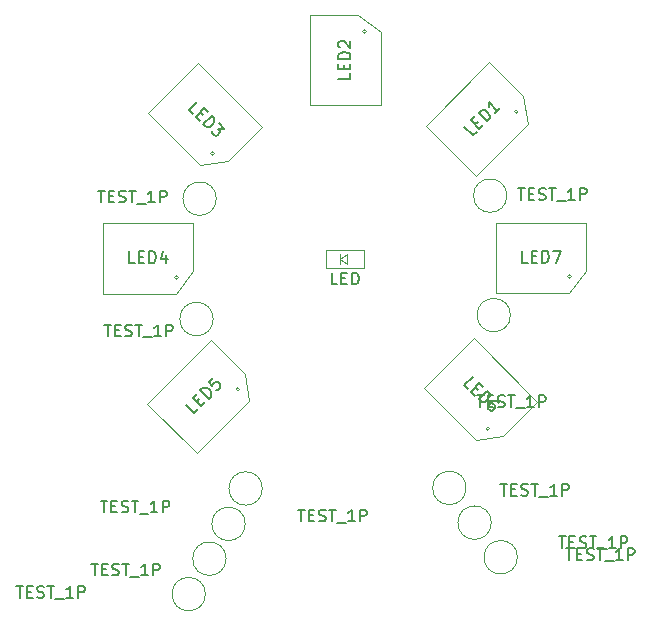
<source format=gbr>
G04 #@! TF.GenerationSoftware,KiCad,Pcbnew,(2017-05-14 revision 14bb238b3)-makepkg*
G04 #@! TF.CreationDate,2017-07-07T13:01:09-06:00*
G04 #@! TF.ProjectId,001,3030312E6B696361645F706362000000,rev?*
G04 #@! TF.FileFunction,Other,Fab,Top*
%FSLAX46Y46*%
G04 Gerber Fmt 4.6, Leading zero omitted, Abs format (unit mm)*
G04 Created by KiCad (PCBNEW (2017-05-14 revision 14bb238b3)-makepkg) date 07/07/17 13:01:09*
%MOMM*%
%LPD*%
G01*
G04 APERTURE LIST*
%ADD10C,0.100000*%
%ADD11C,0.050800*%
%ADD12C,0.050000*%
%ADD13C,0.046400*%
%ADD14C,0.150000*%
G04 APERTURE END LIST*
D10*
D11*
X122887934Y-90496560D02*
G75*
G03X122887934Y-90496560I-1414214J0D01*
G01*
X121440134Y-93493760D02*
G75*
G03X121440134Y-93493760I-1414214J0D01*
G01*
X119814534Y-96440160D02*
G75*
G03X119814534Y-96440160I-1414214J0D01*
G01*
X118061934Y-99437360D02*
G75*
G03X118061934Y-99437360I-1414214J0D01*
G01*
X143893734Y-75815360D02*
G75*
G03X143893734Y-75815360I-1414214J0D01*
G01*
X143588934Y-65706160D02*
G75*
G03X143588934Y-65706160I-1414214J0D01*
G01*
X140134534Y-90445760D02*
G75*
G03X140134534Y-90445760I-1414214J0D01*
G01*
X142268134Y-93392160D02*
G75*
G03X142268134Y-93392160I-1414214J0D01*
G01*
X118989034Y-65960160D02*
G75*
G03X118989034Y-65960160I-1414214J0D01*
G01*
X144477934Y-96313160D02*
G75*
G03X144477934Y-96313160I-1414214J0D01*
G01*
D10*
X129431120Y-70665560D02*
X129431120Y-71465560D01*
X129481120Y-71065560D02*
X130081120Y-70665560D01*
X130081120Y-71465560D02*
X129481120Y-71065560D01*
X130081120Y-70665560D02*
X130081120Y-71465560D01*
X131481120Y-71865560D02*
X128281120Y-71865560D01*
X131481120Y-70265560D02*
X131481120Y-71865560D01*
X128281120Y-70265560D02*
X131481120Y-70265560D01*
X128281120Y-71865560D02*
X128281120Y-70265560D01*
D11*
X118722334Y-76145560D02*
G75*
G03X118722334Y-76145560I-1414214J0D01*
G01*
D12*
X142117538Y-54418824D02*
X136729384Y-59806978D01*
X136729384Y-59806978D02*
X140950105Y-64027698D01*
X140950105Y-64027698D02*
X145350430Y-59627373D01*
X144991220Y-57292506D02*
X142117538Y-54418824D01*
X144546171Y-58612675D02*
G75*
G03X144546171Y-58612675I-158113J0D01*
G01*
D13*
X145350430Y-59627373D02*
X144991220Y-57292506D01*
X132929120Y-51837760D02*
X131024120Y-50440760D01*
D12*
X131689234Y-51800760D02*
G75*
G03X131689234Y-51800760I-158114J0D01*
G01*
X131024120Y-50440760D02*
X126960120Y-50440760D01*
X132929120Y-58060760D02*
X132929120Y-51837760D01*
X126960120Y-58060760D02*
X132929120Y-58060760D01*
X126960120Y-50440760D02*
X126960120Y-58060760D01*
X122855056Y-59857778D02*
X117466902Y-54469624D01*
X117466902Y-54469624D02*
X113246182Y-58690345D01*
X113246182Y-58690345D02*
X117646507Y-63090670D01*
X119981374Y-62731460D02*
X122855056Y-59857778D01*
X118819318Y-62128298D02*
G75*
G03X118819318Y-62128298I-158113J0D01*
G01*
D13*
X117646507Y-63090670D02*
X119981374Y-62731460D01*
X115580920Y-74011960D02*
X116977920Y-72106960D01*
D12*
X115776034Y-72613960D02*
G75*
G03X115776034Y-72613960I-158114J0D01*
G01*
X116977920Y-72106960D02*
X116977920Y-68042960D01*
X109357920Y-74011960D02*
X115580920Y-74011960D01*
X109357920Y-68042960D02*
X109357920Y-74011960D01*
X116977920Y-68042960D02*
X109357920Y-68042960D01*
X118546338Y-77913824D02*
X113158184Y-83301978D01*
X113158184Y-83301978D02*
X117378905Y-87522698D01*
X117378905Y-87522698D02*
X121779230Y-83122373D01*
X121420020Y-80787506D02*
X118546338Y-77913824D01*
X120974971Y-82107675D02*
G75*
G03X120974971Y-82107675I-158113J0D01*
G01*
D13*
X121779230Y-83122373D02*
X121420020Y-80787506D01*
X140963707Y-86382470D02*
X143298574Y-86023260D01*
D12*
X142136518Y-85420098D02*
G75*
G03X142136518Y-85420098I-158113J0D01*
G01*
X143298574Y-86023260D02*
X146172256Y-83149578D01*
X136563382Y-81982145D02*
X140963707Y-86382470D01*
X140784102Y-77761424D02*
X136563382Y-81982145D01*
X146172256Y-83149578D02*
X140784102Y-77761424D01*
X150251920Y-67992160D02*
X142631920Y-67992160D01*
X142631920Y-67992160D02*
X142631920Y-73961160D01*
X142631920Y-73961160D02*
X148854920Y-73961160D01*
X150251920Y-72056160D02*
X150251920Y-67992160D01*
X149050034Y-72563160D02*
G75*
G03X149050034Y-72563160I-158114J0D01*
G01*
D13*
X148854920Y-73961160D02*
X150251920Y-72056160D01*
D14*
X125912739Y-92285740D02*
X126484167Y-92285740D01*
X126198453Y-93285740D02*
X126198453Y-92285740D01*
X126817500Y-92761931D02*
X127150834Y-92761931D01*
X127293691Y-93285740D02*
X126817500Y-93285740D01*
X126817500Y-92285740D01*
X127293691Y-92285740D01*
X127674643Y-93238121D02*
X127817500Y-93285740D01*
X128055596Y-93285740D01*
X128150834Y-93238121D01*
X128198453Y-93190502D01*
X128246072Y-93095264D01*
X128246072Y-93000026D01*
X128198453Y-92904788D01*
X128150834Y-92857169D01*
X128055596Y-92809550D01*
X127865120Y-92761931D01*
X127769881Y-92714312D01*
X127722262Y-92666693D01*
X127674643Y-92571455D01*
X127674643Y-92476217D01*
X127722262Y-92380979D01*
X127769881Y-92333360D01*
X127865120Y-92285740D01*
X128103215Y-92285740D01*
X128246072Y-92333360D01*
X128531786Y-92285740D02*
X129103215Y-92285740D01*
X128817500Y-93285740D02*
X128817500Y-92285740D01*
X129198453Y-93380979D02*
X129960358Y-93380979D01*
X130722262Y-93285740D02*
X130150834Y-93285740D01*
X130436548Y-93285740D02*
X130436548Y-92285740D01*
X130341310Y-92428598D01*
X130246072Y-92523836D01*
X130150834Y-92571455D01*
X131150834Y-93285740D02*
X131150834Y-92285740D01*
X131531786Y-92285740D01*
X131627024Y-92333360D01*
X131674643Y-92380979D01*
X131722262Y-92476217D01*
X131722262Y-92619074D01*
X131674643Y-92714312D01*
X131627024Y-92761931D01*
X131531786Y-92809550D01*
X131150834Y-92809550D01*
X109199539Y-91523740D02*
X109770967Y-91523740D01*
X109485253Y-92523740D02*
X109485253Y-91523740D01*
X110104300Y-91999931D02*
X110437634Y-91999931D01*
X110580491Y-92523740D02*
X110104300Y-92523740D01*
X110104300Y-91523740D01*
X110580491Y-91523740D01*
X110961443Y-92476121D02*
X111104300Y-92523740D01*
X111342396Y-92523740D01*
X111437634Y-92476121D01*
X111485253Y-92428502D01*
X111532872Y-92333264D01*
X111532872Y-92238026D01*
X111485253Y-92142788D01*
X111437634Y-92095169D01*
X111342396Y-92047550D01*
X111151920Y-91999931D01*
X111056681Y-91952312D01*
X111009062Y-91904693D01*
X110961443Y-91809455D01*
X110961443Y-91714217D01*
X111009062Y-91618979D01*
X111056681Y-91571360D01*
X111151920Y-91523740D01*
X111390015Y-91523740D01*
X111532872Y-91571360D01*
X111818586Y-91523740D02*
X112390015Y-91523740D01*
X112104300Y-92523740D02*
X112104300Y-91523740D01*
X112485253Y-92618979D02*
X113247158Y-92618979D01*
X114009062Y-92523740D02*
X113437634Y-92523740D01*
X113723348Y-92523740D02*
X113723348Y-91523740D01*
X113628110Y-91666598D01*
X113532872Y-91761836D01*
X113437634Y-91809455D01*
X114437634Y-92523740D02*
X114437634Y-91523740D01*
X114818586Y-91523740D01*
X114913824Y-91571360D01*
X114961443Y-91618979D01*
X115009062Y-91714217D01*
X115009062Y-91857074D01*
X114961443Y-91952312D01*
X114913824Y-91999931D01*
X114818586Y-92047550D01*
X114437634Y-92047550D01*
X108412139Y-96857740D02*
X108983567Y-96857740D01*
X108697853Y-97857740D02*
X108697853Y-96857740D01*
X109316900Y-97333931D02*
X109650234Y-97333931D01*
X109793091Y-97857740D02*
X109316900Y-97857740D01*
X109316900Y-96857740D01*
X109793091Y-96857740D01*
X110174043Y-97810121D02*
X110316900Y-97857740D01*
X110554996Y-97857740D01*
X110650234Y-97810121D01*
X110697853Y-97762502D01*
X110745472Y-97667264D01*
X110745472Y-97572026D01*
X110697853Y-97476788D01*
X110650234Y-97429169D01*
X110554996Y-97381550D01*
X110364520Y-97333931D01*
X110269281Y-97286312D01*
X110221662Y-97238693D01*
X110174043Y-97143455D01*
X110174043Y-97048217D01*
X110221662Y-96952979D01*
X110269281Y-96905360D01*
X110364520Y-96857740D01*
X110602615Y-96857740D01*
X110745472Y-96905360D01*
X111031186Y-96857740D02*
X111602615Y-96857740D01*
X111316900Y-97857740D02*
X111316900Y-96857740D01*
X111697853Y-97952979D02*
X112459758Y-97952979D01*
X113221662Y-97857740D02*
X112650234Y-97857740D01*
X112935948Y-97857740D02*
X112935948Y-96857740D01*
X112840710Y-97000598D01*
X112745472Y-97095836D01*
X112650234Y-97143455D01*
X113650234Y-97857740D02*
X113650234Y-96857740D01*
X114031186Y-96857740D01*
X114126424Y-96905360D01*
X114174043Y-96952979D01*
X114221662Y-97048217D01*
X114221662Y-97191074D01*
X114174043Y-97286312D01*
X114126424Y-97333931D01*
X114031186Y-97381550D01*
X113650234Y-97381550D01*
X102062139Y-98762740D02*
X102633567Y-98762740D01*
X102347853Y-99762740D02*
X102347853Y-98762740D01*
X102966900Y-99238931D02*
X103300234Y-99238931D01*
X103443091Y-99762740D02*
X102966900Y-99762740D01*
X102966900Y-98762740D01*
X103443091Y-98762740D01*
X103824043Y-99715121D02*
X103966900Y-99762740D01*
X104204996Y-99762740D01*
X104300234Y-99715121D01*
X104347853Y-99667502D01*
X104395472Y-99572264D01*
X104395472Y-99477026D01*
X104347853Y-99381788D01*
X104300234Y-99334169D01*
X104204996Y-99286550D01*
X104014520Y-99238931D01*
X103919281Y-99191312D01*
X103871662Y-99143693D01*
X103824043Y-99048455D01*
X103824043Y-98953217D01*
X103871662Y-98857979D01*
X103919281Y-98810360D01*
X104014520Y-98762740D01*
X104252615Y-98762740D01*
X104395472Y-98810360D01*
X104681186Y-98762740D02*
X105252615Y-98762740D01*
X104966900Y-99762740D02*
X104966900Y-98762740D01*
X105347853Y-99857979D02*
X106109758Y-99857979D01*
X106871662Y-99762740D02*
X106300234Y-99762740D01*
X106585948Y-99762740D02*
X106585948Y-98762740D01*
X106490710Y-98905598D01*
X106395472Y-99000836D01*
X106300234Y-99048455D01*
X107300234Y-99762740D02*
X107300234Y-98762740D01*
X107681186Y-98762740D01*
X107776424Y-98810360D01*
X107824043Y-98857979D01*
X107871662Y-98953217D01*
X107871662Y-99096074D01*
X107824043Y-99191312D01*
X107776424Y-99238931D01*
X107681186Y-99286550D01*
X107300234Y-99286550D01*
X141063839Y-82621040D02*
X141635267Y-82621040D01*
X141349553Y-83621040D02*
X141349553Y-82621040D01*
X141968600Y-83097231D02*
X142301934Y-83097231D01*
X142444791Y-83621040D02*
X141968600Y-83621040D01*
X141968600Y-82621040D01*
X142444791Y-82621040D01*
X142825743Y-83573421D02*
X142968600Y-83621040D01*
X143206696Y-83621040D01*
X143301934Y-83573421D01*
X143349553Y-83525802D01*
X143397172Y-83430564D01*
X143397172Y-83335326D01*
X143349553Y-83240088D01*
X143301934Y-83192469D01*
X143206696Y-83144850D01*
X143016220Y-83097231D01*
X142920981Y-83049612D01*
X142873362Y-83001993D01*
X142825743Y-82906755D01*
X142825743Y-82811517D01*
X142873362Y-82716279D01*
X142920981Y-82668660D01*
X143016220Y-82621040D01*
X143254315Y-82621040D01*
X143397172Y-82668660D01*
X143682886Y-82621040D02*
X144254315Y-82621040D01*
X143968600Y-83621040D02*
X143968600Y-82621040D01*
X144349553Y-83716279D02*
X145111458Y-83716279D01*
X145873362Y-83621040D02*
X145301934Y-83621040D01*
X145587648Y-83621040D02*
X145587648Y-82621040D01*
X145492410Y-82763898D01*
X145397172Y-82859136D01*
X145301934Y-82906755D01*
X146301934Y-83621040D02*
X146301934Y-82621040D01*
X146682886Y-82621040D01*
X146778124Y-82668660D01*
X146825743Y-82716279D01*
X146873362Y-82811517D01*
X146873362Y-82954374D01*
X146825743Y-83049612D01*
X146778124Y-83097231D01*
X146682886Y-83144850D01*
X146301934Y-83144850D01*
X144530939Y-65069640D02*
X145102367Y-65069640D01*
X144816653Y-66069640D02*
X144816653Y-65069640D01*
X145435700Y-65545831D02*
X145769034Y-65545831D01*
X145911891Y-66069640D02*
X145435700Y-66069640D01*
X145435700Y-65069640D01*
X145911891Y-65069640D01*
X146292843Y-66022021D02*
X146435700Y-66069640D01*
X146673796Y-66069640D01*
X146769034Y-66022021D01*
X146816653Y-65974402D01*
X146864272Y-65879164D01*
X146864272Y-65783926D01*
X146816653Y-65688688D01*
X146769034Y-65641069D01*
X146673796Y-65593450D01*
X146483320Y-65545831D01*
X146388081Y-65498212D01*
X146340462Y-65450593D01*
X146292843Y-65355355D01*
X146292843Y-65260117D01*
X146340462Y-65164879D01*
X146388081Y-65117260D01*
X146483320Y-65069640D01*
X146721415Y-65069640D01*
X146864272Y-65117260D01*
X147149986Y-65069640D02*
X147721415Y-65069640D01*
X147435700Y-66069640D02*
X147435700Y-65069640D01*
X147816653Y-66164879D02*
X148578558Y-66164879D01*
X149340462Y-66069640D02*
X148769034Y-66069640D01*
X149054748Y-66069640D02*
X149054748Y-65069640D01*
X148959510Y-65212498D01*
X148864272Y-65307736D01*
X148769034Y-65355355D01*
X149769034Y-66069640D02*
X149769034Y-65069640D01*
X150149986Y-65069640D01*
X150245224Y-65117260D01*
X150292843Y-65164879D01*
X150340462Y-65260117D01*
X150340462Y-65402974D01*
X150292843Y-65498212D01*
X150245224Y-65545831D01*
X150149986Y-65593450D01*
X149769034Y-65593450D01*
X143032339Y-90101340D02*
X143603767Y-90101340D01*
X143318053Y-91101340D02*
X143318053Y-90101340D01*
X143937100Y-90577531D02*
X144270434Y-90577531D01*
X144413291Y-91101340D02*
X143937100Y-91101340D01*
X143937100Y-90101340D01*
X144413291Y-90101340D01*
X144794243Y-91053721D02*
X144937100Y-91101340D01*
X145175196Y-91101340D01*
X145270434Y-91053721D01*
X145318053Y-91006102D01*
X145365672Y-90910864D01*
X145365672Y-90815626D01*
X145318053Y-90720388D01*
X145270434Y-90672769D01*
X145175196Y-90625150D01*
X144984720Y-90577531D01*
X144889481Y-90529912D01*
X144841862Y-90482293D01*
X144794243Y-90387055D01*
X144794243Y-90291817D01*
X144841862Y-90196579D01*
X144889481Y-90148960D01*
X144984720Y-90101340D01*
X145222815Y-90101340D01*
X145365672Y-90148960D01*
X145651386Y-90101340D02*
X146222815Y-90101340D01*
X145937100Y-91101340D02*
X145937100Y-90101340D01*
X146318053Y-91196579D02*
X147079958Y-91196579D01*
X147841862Y-91101340D02*
X147270434Y-91101340D01*
X147556148Y-91101340D02*
X147556148Y-90101340D01*
X147460910Y-90244198D01*
X147365672Y-90339436D01*
X147270434Y-90387055D01*
X148270434Y-91101340D02*
X148270434Y-90101340D01*
X148651386Y-90101340D01*
X148746624Y-90148960D01*
X148794243Y-90196579D01*
X148841862Y-90291817D01*
X148841862Y-90434674D01*
X148794243Y-90529912D01*
X148746624Y-90577531D01*
X148651386Y-90625150D01*
X148270434Y-90625150D01*
X147985339Y-94546340D02*
X148556767Y-94546340D01*
X148271053Y-95546340D02*
X148271053Y-94546340D01*
X148890100Y-95022531D02*
X149223434Y-95022531D01*
X149366291Y-95546340D02*
X148890100Y-95546340D01*
X148890100Y-94546340D01*
X149366291Y-94546340D01*
X149747243Y-95498721D02*
X149890100Y-95546340D01*
X150128196Y-95546340D01*
X150223434Y-95498721D01*
X150271053Y-95451102D01*
X150318672Y-95355864D01*
X150318672Y-95260626D01*
X150271053Y-95165388D01*
X150223434Y-95117769D01*
X150128196Y-95070150D01*
X149937720Y-95022531D01*
X149842481Y-94974912D01*
X149794862Y-94927293D01*
X149747243Y-94832055D01*
X149747243Y-94736817D01*
X149794862Y-94641579D01*
X149842481Y-94593960D01*
X149937720Y-94546340D01*
X150175815Y-94546340D01*
X150318672Y-94593960D01*
X150604386Y-94546340D02*
X151175815Y-94546340D01*
X150890100Y-95546340D02*
X150890100Y-94546340D01*
X151271053Y-95641579D02*
X152032958Y-95641579D01*
X152794862Y-95546340D02*
X152223434Y-95546340D01*
X152509148Y-95546340D02*
X152509148Y-94546340D01*
X152413910Y-94689198D01*
X152318672Y-94784436D01*
X152223434Y-94832055D01*
X153223434Y-95546340D02*
X153223434Y-94546340D01*
X153604386Y-94546340D01*
X153699624Y-94593960D01*
X153747243Y-94641579D01*
X153794862Y-94736817D01*
X153794862Y-94879674D01*
X153747243Y-94974912D01*
X153699624Y-95022531D01*
X153604386Y-95070150D01*
X153223434Y-95070150D01*
X108970939Y-65272840D02*
X109542367Y-65272840D01*
X109256653Y-66272840D02*
X109256653Y-65272840D01*
X109875700Y-65749031D02*
X110209034Y-65749031D01*
X110351891Y-66272840D02*
X109875700Y-66272840D01*
X109875700Y-65272840D01*
X110351891Y-65272840D01*
X110732843Y-66225221D02*
X110875700Y-66272840D01*
X111113796Y-66272840D01*
X111209034Y-66225221D01*
X111256653Y-66177602D01*
X111304272Y-66082364D01*
X111304272Y-65987126D01*
X111256653Y-65891888D01*
X111209034Y-65844269D01*
X111113796Y-65796650D01*
X110923320Y-65749031D01*
X110828081Y-65701412D01*
X110780462Y-65653793D01*
X110732843Y-65558555D01*
X110732843Y-65463317D01*
X110780462Y-65368079D01*
X110828081Y-65320460D01*
X110923320Y-65272840D01*
X111161415Y-65272840D01*
X111304272Y-65320460D01*
X111589986Y-65272840D02*
X112161415Y-65272840D01*
X111875700Y-66272840D02*
X111875700Y-65272840D01*
X112256653Y-66368079D02*
X113018558Y-66368079D01*
X113780462Y-66272840D02*
X113209034Y-66272840D01*
X113494748Y-66272840D02*
X113494748Y-65272840D01*
X113399510Y-65415698D01*
X113304272Y-65510936D01*
X113209034Y-65558555D01*
X114209034Y-66272840D02*
X114209034Y-65272840D01*
X114589986Y-65272840D01*
X114685224Y-65320460D01*
X114732843Y-65368079D01*
X114780462Y-65463317D01*
X114780462Y-65606174D01*
X114732843Y-65701412D01*
X114685224Y-65749031D01*
X114589986Y-65796650D01*
X114209034Y-65796650D01*
X148594939Y-95562340D02*
X149166367Y-95562340D01*
X148880653Y-96562340D02*
X148880653Y-95562340D01*
X149499700Y-96038531D02*
X149833034Y-96038531D01*
X149975891Y-96562340D02*
X149499700Y-96562340D01*
X149499700Y-95562340D01*
X149975891Y-95562340D01*
X150356843Y-96514721D02*
X150499700Y-96562340D01*
X150737796Y-96562340D01*
X150833034Y-96514721D01*
X150880653Y-96467102D01*
X150928272Y-96371864D01*
X150928272Y-96276626D01*
X150880653Y-96181388D01*
X150833034Y-96133769D01*
X150737796Y-96086150D01*
X150547320Y-96038531D01*
X150452081Y-95990912D01*
X150404462Y-95943293D01*
X150356843Y-95848055D01*
X150356843Y-95752817D01*
X150404462Y-95657579D01*
X150452081Y-95609960D01*
X150547320Y-95562340D01*
X150785415Y-95562340D01*
X150928272Y-95609960D01*
X151213986Y-95562340D02*
X151785415Y-95562340D01*
X151499700Y-96562340D02*
X151499700Y-95562340D01*
X151880653Y-96657579D02*
X152642558Y-96657579D01*
X153404462Y-96562340D02*
X152833034Y-96562340D01*
X153118748Y-96562340D02*
X153118748Y-95562340D01*
X153023510Y-95705198D01*
X152928272Y-95800436D01*
X152833034Y-95848055D01*
X153833034Y-96562340D02*
X153833034Y-95562340D01*
X154213986Y-95562340D01*
X154309224Y-95609960D01*
X154356843Y-95657579D01*
X154404462Y-95752817D01*
X154404462Y-95895674D01*
X154356843Y-95990912D01*
X154309224Y-96038531D01*
X154213986Y-96086150D01*
X153833034Y-96086150D01*
X129238262Y-73217940D02*
X128762072Y-73217940D01*
X128762072Y-72217940D01*
X129571596Y-72694131D02*
X129904929Y-72694131D01*
X130047786Y-73217940D02*
X129571596Y-73217940D01*
X129571596Y-72217940D01*
X130047786Y-72217940D01*
X130476358Y-73217940D02*
X130476358Y-72217940D01*
X130714453Y-72217940D01*
X130857310Y-72265560D01*
X130952548Y-72360798D01*
X131000167Y-72456036D01*
X131047786Y-72646512D01*
X131047786Y-72789369D01*
X131000167Y-72979845D01*
X130952548Y-73075083D01*
X130857310Y-73170321D01*
X130714453Y-73217940D01*
X130476358Y-73217940D01*
X109504339Y-76613940D02*
X110075767Y-76613940D01*
X109790053Y-77613940D02*
X109790053Y-76613940D01*
X110409100Y-77090131D02*
X110742434Y-77090131D01*
X110885291Y-77613940D02*
X110409100Y-77613940D01*
X110409100Y-76613940D01*
X110885291Y-76613940D01*
X111266243Y-77566321D02*
X111409100Y-77613940D01*
X111647196Y-77613940D01*
X111742434Y-77566321D01*
X111790053Y-77518702D01*
X111837672Y-77423464D01*
X111837672Y-77328226D01*
X111790053Y-77232988D01*
X111742434Y-77185369D01*
X111647196Y-77137750D01*
X111456720Y-77090131D01*
X111361481Y-77042512D01*
X111313862Y-76994893D01*
X111266243Y-76899655D01*
X111266243Y-76804417D01*
X111313862Y-76709179D01*
X111361481Y-76661560D01*
X111456720Y-76613940D01*
X111694815Y-76613940D01*
X111837672Y-76661560D01*
X112123386Y-76613940D02*
X112694815Y-76613940D01*
X112409100Y-77613940D02*
X112409100Y-76613940D01*
X112790053Y-77709179D02*
X113551958Y-77709179D01*
X114313862Y-77613940D02*
X113742434Y-77613940D01*
X114028148Y-77613940D02*
X114028148Y-76613940D01*
X113932910Y-76756798D01*
X113837672Y-76852036D01*
X113742434Y-76899655D01*
X114742434Y-77613940D02*
X114742434Y-76613940D01*
X115123386Y-76613940D01*
X115218624Y-76661560D01*
X115266243Y-76709179D01*
X115313862Y-76804417D01*
X115313862Y-76947274D01*
X115266243Y-77042512D01*
X115218624Y-77090131D01*
X115123386Y-77137750D01*
X114742434Y-77137750D01*
X141035193Y-60271849D02*
X140698475Y-60608567D01*
X139991369Y-59901460D01*
X140900506Y-59665758D02*
X141136208Y-59430056D01*
X141607613Y-59699430D02*
X141270895Y-60036147D01*
X140563788Y-59329040D01*
X140900506Y-58992323D01*
X141910659Y-59396384D02*
X141203552Y-58689277D01*
X141371910Y-58520918D01*
X141506598Y-58453575D01*
X141641285Y-58453575D01*
X141742300Y-58487246D01*
X141910659Y-58588262D01*
X142011674Y-58689277D01*
X142112689Y-58857636D01*
X142146361Y-58958651D01*
X142146361Y-59093338D01*
X142079017Y-59228025D01*
X141910659Y-59396384D01*
X142988155Y-58318888D02*
X142584094Y-58722949D01*
X142786124Y-58520918D02*
X142079017Y-57813811D01*
X142112689Y-57982170D01*
X142112689Y-58116857D01*
X142079017Y-58217872D01*
X130333500Y-55344807D02*
X130333500Y-55820998D01*
X129333500Y-55820998D01*
X129809691Y-55011474D02*
X129809691Y-54678140D01*
X130333500Y-54535283D02*
X130333500Y-55011474D01*
X129333500Y-55011474D01*
X129333500Y-54535283D01*
X130333500Y-54106712D02*
X129333500Y-54106712D01*
X129333500Y-53868617D01*
X129381120Y-53725760D01*
X129476358Y-53630521D01*
X129571596Y-53582902D01*
X129762072Y-53535283D01*
X129904929Y-53535283D01*
X130095405Y-53582902D01*
X130190643Y-53630521D01*
X130285881Y-53725760D01*
X130333500Y-53868617D01*
X130333500Y-54106712D01*
X129428739Y-53154331D02*
X129381120Y-53106712D01*
X129333500Y-53011474D01*
X129333500Y-52773379D01*
X129381120Y-52678140D01*
X129428739Y-52630521D01*
X129523977Y-52582902D01*
X129619215Y-52582902D01*
X129762072Y-52630521D01*
X130333500Y-53201950D01*
X130333500Y-52582902D01*
X117002030Y-58775433D02*
X116665312Y-58438715D01*
X117372419Y-57731609D01*
X117608121Y-58640746D02*
X117843823Y-58876448D01*
X117574449Y-59347853D02*
X117237732Y-59011135D01*
X117944839Y-58304028D01*
X118281556Y-58640746D01*
X117877495Y-59650899D02*
X118584602Y-58943792D01*
X118752961Y-59112150D01*
X118820304Y-59246838D01*
X118820304Y-59381525D01*
X118786633Y-59482540D01*
X118685617Y-59650899D01*
X118584602Y-59751914D01*
X118416243Y-59852929D01*
X118315228Y-59886601D01*
X118180541Y-59886601D01*
X118045854Y-59819257D01*
X117877495Y-59650899D01*
X119224365Y-59583555D02*
X119662098Y-60021288D01*
X119157022Y-60054960D01*
X119258037Y-60155975D01*
X119291709Y-60256990D01*
X119291709Y-60324334D01*
X119258037Y-60425349D01*
X119089678Y-60593708D01*
X118988663Y-60627379D01*
X118921320Y-60627379D01*
X118820304Y-60593708D01*
X118618274Y-60391677D01*
X118584602Y-60290662D01*
X118584602Y-60223318D01*
X112073872Y-71416340D02*
X111597681Y-71416340D01*
X111597681Y-70416340D01*
X112407205Y-70892531D02*
X112740539Y-70892531D01*
X112883396Y-71416340D02*
X112407205Y-71416340D01*
X112407205Y-70416340D01*
X112883396Y-70416340D01*
X113311967Y-71416340D02*
X113311967Y-70416340D01*
X113550062Y-70416340D01*
X113692920Y-70463960D01*
X113788158Y-70559198D01*
X113835777Y-70654436D01*
X113883396Y-70844912D01*
X113883396Y-70987769D01*
X113835777Y-71178245D01*
X113788158Y-71273483D01*
X113692920Y-71368721D01*
X113550062Y-71416340D01*
X113311967Y-71416340D01*
X114740539Y-70749674D02*
X114740539Y-71416340D01*
X114502443Y-70368721D02*
X114264348Y-71083007D01*
X114883396Y-71083007D01*
X117463993Y-83766849D02*
X117127275Y-84103567D01*
X116420169Y-83396460D01*
X117329306Y-83160758D02*
X117565008Y-82925056D01*
X118036413Y-83194430D02*
X117699695Y-83531147D01*
X116992588Y-82824040D01*
X117329306Y-82487323D01*
X118339459Y-82891384D02*
X117632352Y-82184277D01*
X117800710Y-82015918D01*
X117935398Y-81948575D01*
X118070085Y-81948575D01*
X118171100Y-81982246D01*
X118339459Y-82083262D01*
X118440474Y-82184277D01*
X118541489Y-82352636D01*
X118575161Y-82453651D01*
X118575161Y-82588338D01*
X118507817Y-82723025D01*
X118339459Y-82891384D01*
X118676176Y-81140453D02*
X118339459Y-81477170D01*
X118642504Y-81847559D01*
X118642504Y-81780216D01*
X118676176Y-81679201D01*
X118844535Y-81510842D01*
X118945550Y-81477170D01*
X119012894Y-81477170D01*
X119113909Y-81510842D01*
X119282268Y-81679201D01*
X119315939Y-81780216D01*
X119315939Y-81847559D01*
X119282268Y-81948575D01*
X119113909Y-82116933D01*
X119012894Y-82150605D01*
X118945550Y-82150605D01*
X140319230Y-82067233D02*
X139982512Y-81730515D01*
X140689619Y-81023409D01*
X140925321Y-81932546D02*
X141161023Y-82168248D01*
X140891649Y-82639653D02*
X140554932Y-82302935D01*
X141262039Y-81595828D01*
X141598756Y-81932546D01*
X141194695Y-82942699D02*
X141901802Y-82235592D01*
X142070161Y-82403950D01*
X142137504Y-82538638D01*
X142137504Y-82673325D01*
X142103833Y-82774340D01*
X142002817Y-82942699D01*
X141901802Y-83043714D01*
X141733443Y-83144729D01*
X141632428Y-83178401D01*
X141497741Y-83178401D01*
X141363054Y-83111057D01*
X141194695Y-82942699D01*
X142911955Y-83245744D02*
X142777268Y-83111057D01*
X142676252Y-83077386D01*
X142608909Y-83077386D01*
X142440550Y-83111057D01*
X142272191Y-83212073D01*
X142002817Y-83481447D01*
X141969146Y-83582462D01*
X141969146Y-83649805D01*
X142002817Y-83750821D01*
X142137504Y-83885508D01*
X142238520Y-83919179D01*
X142305863Y-83919179D01*
X142406878Y-83885508D01*
X142575237Y-83717149D01*
X142608909Y-83616134D01*
X142608909Y-83548790D01*
X142575237Y-83447775D01*
X142440550Y-83313088D01*
X142339535Y-83279416D01*
X142272191Y-83279416D01*
X142171176Y-83313088D01*
X145347872Y-71365540D02*
X144871681Y-71365540D01*
X144871681Y-70365540D01*
X145681205Y-70841731D02*
X146014539Y-70841731D01*
X146157396Y-71365540D02*
X145681205Y-71365540D01*
X145681205Y-70365540D01*
X146157396Y-70365540D01*
X146585967Y-71365540D02*
X146585967Y-70365540D01*
X146824062Y-70365540D01*
X146966920Y-70413160D01*
X147062158Y-70508398D01*
X147109777Y-70603636D01*
X147157396Y-70794112D01*
X147157396Y-70936969D01*
X147109777Y-71127445D01*
X147062158Y-71222683D01*
X146966920Y-71317921D01*
X146824062Y-71365540D01*
X146585967Y-71365540D01*
X147490729Y-70365540D02*
X148157396Y-70365540D01*
X147728824Y-71365540D01*
M02*

</source>
